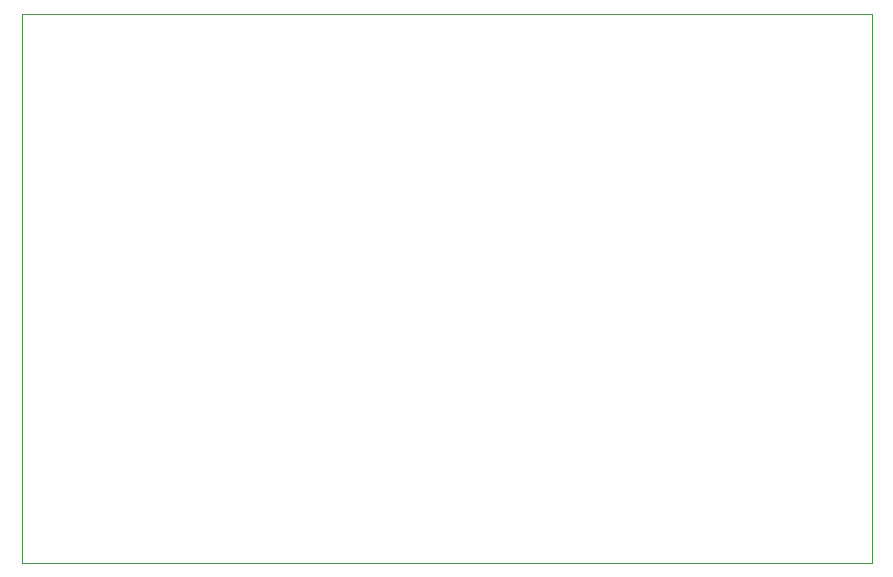
<source format=gbr>
%TF.GenerationSoftware,KiCad,Pcbnew,9.0.3-9.0.3-0~ubuntu24.04.1*%
%TF.CreationDate,2025-08-18T18:47:55+03:00*%
%TF.ProjectId,PCH_ESP32,5043485f-4553-4503-9332-2e6b69636164,rev?*%
%TF.SameCoordinates,Original*%
%TF.FileFunction,Profile,NP*%
%FSLAX46Y46*%
G04 Gerber Fmt 4.6, Leading zero omitted, Abs format (unit mm)*
G04 Created by KiCad (PCBNEW 9.0.3-9.0.3-0~ubuntu24.04.1) date 2025-08-18 18:47:55*
%MOMM*%
%LPD*%
G01*
G04 APERTURE LIST*
%TA.AperFunction,Profile*%
%ADD10C,0.050000*%
%TD*%
G04 APERTURE END LIST*
D10*
X126500000Y-100000000D02*
X126500000Y-53500000D01*
X198500000Y-100000000D02*
X198500000Y-53500000D01*
X126500000Y-100000000D02*
X198500000Y-100000000D01*
X198500000Y-53500000D02*
X126500000Y-53500000D01*
M02*

</source>
